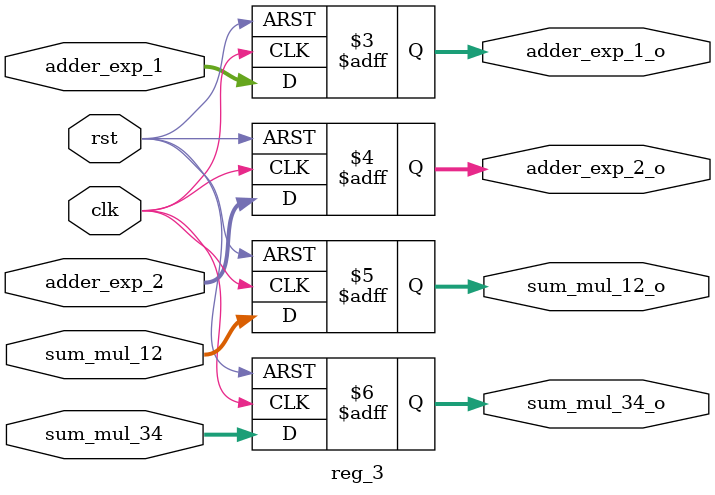
<source format=v>
`timescale 1ns/1ns

module reg_3 (
    output reg [7:0] adder_exp_1_o, adder_exp_2_o,
    output reg signed [51:0] sum_mul_12_o, sum_mul_34_o,
    input [7:0] adder_exp_1, adder_exp_2,
    input signed [51:0] sum_mul_12, sum_mul_34,
    input clk, rst
);

always @(posedge clk, negedge rst) 
    if(~rst) begin
        adder_exp_1_o <= 8'b0;
        adder_exp_2_o <= 8'b0;
        sum_mul_12_o <= 52'b0;
        sum_mul_34_o <= 52'b0;
    end
    else begin
        adder_exp_1_o <= adder_exp_1;
        adder_exp_2_o <= adder_exp_2;
        sum_mul_12_o <= sum_mul_12;
        sum_mul_34_o <= sum_mul_34;
    end
endmodule
</source>
